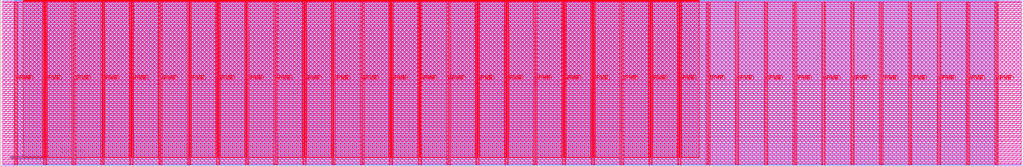
<source format=lef>
VERSION 5.7 ;
  NOWIREEXTENSIONATPIN ON ;
  DIVIDERCHAR "/" ;
  BUSBITCHARS "[]" ;
MACRO tt_um_supermic_arghunter
  CLASS BLOCK ;
  FOREIGN tt_um_supermic_arghunter ;
  ORIGIN 0.000 0.000 ;
  SIZE 1378.160 BY 225.760 ;
  PIN VGND
    DIRECTION INOUT ;
    USE GROUND ;
    PORT
      LAYER met4 ;
        RECT 21.580 2.480 23.180 223.280 ;
    END
    PORT
      LAYER met4 ;
        RECT 60.450 2.480 62.050 223.280 ;
    END
    PORT
      LAYER met4 ;
        RECT 99.320 2.480 100.920 223.280 ;
    END
    PORT
      LAYER met4 ;
        RECT 138.190 2.480 139.790 223.280 ;
    END
    PORT
      LAYER met4 ;
        RECT 177.060 2.480 178.660 223.280 ;
    END
    PORT
      LAYER met4 ;
        RECT 215.930 2.480 217.530 223.280 ;
    END
    PORT
      LAYER met4 ;
        RECT 254.800 2.480 256.400 223.280 ;
    END
    PORT
      LAYER met4 ;
        RECT 293.670 2.480 295.270 223.280 ;
    END
    PORT
      LAYER met4 ;
        RECT 332.540 2.480 334.140 223.280 ;
    END
    PORT
      LAYER met4 ;
        RECT 371.410 2.480 373.010 223.280 ;
    END
    PORT
      LAYER met4 ;
        RECT 410.280 2.480 411.880 223.280 ;
    END
    PORT
      LAYER met4 ;
        RECT 449.150 2.480 450.750 223.280 ;
    END
    PORT
      LAYER met4 ;
        RECT 488.020 2.480 489.620 223.280 ;
    END
    PORT
      LAYER met4 ;
        RECT 526.890 2.480 528.490 223.280 ;
    END
    PORT
      LAYER met4 ;
        RECT 565.760 2.480 567.360 223.280 ;
    END
    PORT
      LAYER met4 ;
        RECT 604.630 2.480 606.230 223.280 ;
    END
    PORT
      LAYER met4 ;
        RECT 643.500 2.480 645.100 223.280 ;
    END
    PORT
      LAYER met4 ;
        RECT 682.370 2.480 683.970 223.280 ;
    END
    PORT
      LAYER met4 ;
        RECT 721.240 2.480 722.840 223.280 ;
    END
    PORT
      LAYER met4 ;
        RECT 760.110 2.480 761.710 223.280 ;
    END
    PORT
      LAYER met4 ;
        RECT 798.980 2.480 800.580 223.280 ;
    END
    PORT
      LAYER met4 ;
        RECT 837.850 2.480 839.450 223.280 ;
    END
    PORT
      LAYER met4 ;
        RECT 876.720 2.480 878.320 223.280 ;
    END
    PORT
      LAYER met4 ;
        RECT 915.590 2.480 917.190 223.280 ;
    END
    PORT
      LAYER met4 ;
        RECT 954.460 2.480 956.060 223.280 ;
    END
    PORT
      LAYER met4 ;
        RECT 993.330 2.480 994.930 223.280 ;
    END
    PORT
      LAYER met4 ;
        RECT 1032.200 2.480 1033.800 223.280 ;
    END
    PORT
      LAYER met4 ;
        RECT 1071.070 2.480 1072.670 223.280 ;
    END
    PORT
      LAYER met4 ;
        RECT 1109.940 2.480 1111.540 223.280 ;
    END
    PORT
      LAYER met4 ;
        RECT 1148.810 2.480 1150.410 223.280 ;
    END
    PORT
      LAYER met4 ;
        RECT 1187.680 2.480 1189.280 223.280 ;
    END
    PORT
      LAYER met4 ;
        RECT 1226.550 2.480 1228.150 223.280 ;
    END
    PORT
      LAYER met4 ;
        RECT 1265.420 2.480 1267.020 223.280 ;
    END
    PORT
      LAYER met4 ;
        RECT 1304.290 2.480 1305.890 223.280 ;
    END
    PORT
      LAYER met4 ;
        RECT 1343.160 2.480 1344.760 223.280 ;
    END
  END VGND
  PIN VPWR
    DIRECTION INOUT ;
    USE POWER ;
    PORT
      LAYER met4 ;
        RECT 18.280 2.480 19.880 223.280 ;
    END
    PORT
      LAYER met4 ;
        RECT 57.150 2.480 58.750 223.280 ;
    END
    PORT
      LAYER met4 ;
        RECT 96.020 2.480 97.620 223.280 ;
    END
    PORT
      LAYER met4 ;
        RECT 134.890 2.480 136.490 223.280 ;
    END
    PORT
      LAYER met4 ;
        RECT 173.760 2.480 175.360 223.280 ;
    END
    PORT
      LAYER met4 ;
        RECT 212.630 2.480 214.230 223.280 ;
    END
    PORT
      LAYER met4 ;
        RECT 251.500 2.480 253.100 223.280 ;
    END
    PORT
      LAYER met4 ;
        RECT 290.370 2.480 291.970 223.280 ;
    END
    PORT
      LAYER met4 ;
        RECT 329.240 2.480 330.840 223.280 ;
    END
    PORT
      LAYER met4 ;
        RECT 368.110 2.480 369.710 223.280 ;
    END
    PORT
      LAYER met4 ;
        RECT 406.980 2.480 408.580 223.280 ;
    END
    PORT
      LAYER met4 ;
        RECT 445.850 2.480 447.450 223.280 ;
    END
    PORT
      LAYER met4 ;
        RECT 484.720 2.480 486.320 223.280 ;
    END
    PORT
      LAYER met4 ;
        RECT 523.590 2.480 525.190 223.280 ;
    END
    PORT
      LAYER met4 ;
        RECT 562.460 2.480 564.060 223.280 ;
    END
    PORT
      LAYER met4 ;
        RECT 601.330 2.480 602.930 223.280 ;
    END
    PORT
      LAYER met4 ;
        RECT 640.200 2.480 641.800 223.280 ;
    END
    PORT
      LAYER met4 ;
        RECT 679.070 2.480 680.670 223.280 ;
    END
    PORT
      LAYER met4 ;
        RECT 717.940 2.480 719.540 223.280 ;
    END
    PORT
      LAYER met4 ;
        RECT 756.810 2.480 758.410 223.280 ;
    END
    PORT
      LAYER met4 ;
        RECT 795.680 2.480 797.280 223.280 ;
    END
    PORT
      LAYER met4 ;
        RECT 834.550 2.480 836.150 223.280 ;
    END
    PORT
      LAYER met4 ;
        RECT 873.420 2.480 875.020 223.280 ;
    END
    PORT
      LAYER met4 ;
        RECT 912.290 2.480 913.890 223.280 ;
    END
    PORT
      LAYER met4 ;
        RECT 951.160 2.480 952.760 223.280 ;
    END
    PORT
      LAYER met4 ;
        RECT 990.030 2.480 991.630 223.280 ;
    END
    PORT
      LAYER met4 ;
        RECT 1028.900 2.480 1030.500 223.280 ;
    END
    PORT
      LAYER met4 ;
        RECT 1067.770 2.480 1069.370 223.280 ;
    END
    PORT
      LAYER met4 ;
        RECT 1106.640 2.480 1108.240 223.280 ;
    END
    PORT
      LAYER met4 ;
        RECT 1145.510 2.480 1147.110 223.280 ;
    END
    PORT
      LAYER met4 ;
        RECT 1184.380 2.480 1185.980 223.280 ;
    END
    PORT
      LAYER met4 ;
        RECT 1223.250 2.480 1224.850 223.280 ;
    END
    PORT
      LAYER met4 ;
        RECT 1262.120 2.480 1263.720 223.280 ;
    END
    PORT
      LAYER met4 ;
        RECT 1300.990 2.480 1302.590 223.280 ;
    END
    PORT
      LAYER met4 ;
        RECT 1339.860 2.480 1341.460 223.280 ;
    END
  END VPWR
  PIN clk
    DIRECTION INPUT ;
    USE SIGNAL ;
    PORT
      LAYER met4 ;
        RECT 143.830 224.760 144.130 225.760 ;
    END
  END clk
  PIN ena
    DIRECTION INPUT ;
    USE SIGNAL ;
    PORT
      LAYER met4 ;
        RECT 146.590 224.760 146.890 225.760 ;
    END
  END ena
  PIN rst_n
    DIRECTION INPUT ;
    USE SIGNAL ;
    ANTENNAGATEAREA 0.196500 ;
    PORT
      LAYER met4 ;
        RECT 141.070 224.760 141.370 225.760 ;
    END
  END rst_n
  PIN ui_in[0]
    DIRECTION INPUT ;
    USE SIGNAL ;
    ANTENNAGATEAREA 0.196500 ;
    PORT
      LAYER met4 ;
        RECT 138.310 224.760 138.610 225.760 ;
    END
  END ui_in[0]
  PIN ui_in[1]
    DIRECTION INPUT ;
    USE SIGNAL ;
    ANTENNAGATEAREA 0.247500 ;
    PORT
      LAYER met4 ;
        RECT 135.550 224.760 135.850 225.760 ;
    END
  END ui_in[1]
  PIN ui_in[2]
    DIRECTION INPUT ;
    USE SIGNAL ;
    ANTENNAGATEAREA 0.196500 ;
    PORT
      LAYER met4 ;
        RECT 132.790 224.760 133.090 225.760 ;
    END
  END ui_in[2]
  PIN ui_in[3]
    DIRECTION INPUT ;
    USE SIGNAL ;
    ANTENNAGATEAREA 0.213000 ;
    PORT
      LAYER met4 ;
        RECT 130.030 224.760 130.330 225.760 ;
    END
  END ui_in[3]
  PIN ui_in[4]
    DIRECTION INPUT ;
    USE SIGNAL ;
    ANTENNAGATEAREA 0.213000 ;
    PORT
      LAYER met4 ;
        RECT 127.270 224.760 127.570 225.760 ;
    END
  END ui_in[4]
  PIN ui_in[5]
    DIRECTION INPUT ;
    USE SIGNAL ;
    ANTENNAGATEAREA 0.247500 ;
    PORT
      LAYER met4 ;
        RECT 124.510 224.760 124.810 225.760 ;
    END
  END ui_in[5]
  PIN ui_in[6]
    DIRECTION INPUT ;
    USE SIGNAL ;
    PORT
      LAYER met4 ;
        RECT 121.750 224.760 122.050 225.760 ;
    END
  END ui_in[6]
  PIN ui_in[7]
    DIRECTION INPUT ;
    USE SIGNAL ;
    PORT
      LAYER met4 ;
        RECT 118.990 224.760 119.290 225.760 ;
    END
  END ui_in[7]
  PIN uio_in[0]
    DIRECTION INPUT ;
    USE SIGNAL ;
    ANTENNAGATEAREA 0.159000 ;
    PORT
      LAYER met4 ;
        RECT 116.230 224.760 116.530 225.760 ;
    END
  END uio_in[0]
  PIN uio_in[1]
    DIRECTION INPUT ;
    USE SIGNAL ;
    ANTENNAGATEAREA 0.159000 ;
    PORT
      LAYER met4 ;
        RECT 113.470 224.760 113.770 225.760 ;
    END
  END uio_in[1]
  PIN uio_in[2]
    DIRECTION INPUT ;
    USE SIGNAL ;
    ANTENNAGATEAREA 0.213000 ;
    PORT
      LAYER met4 ;
        RECT 110.710 224.760 111.010 225.760 ;
    END
  END uio_in[2]
  PIN uio_in[3]
    DIRECTION INPUT ;
    USE SIGNAL ;
    ANTENNAGATEAREA 0.159000 ;
    PORT
      LAYER met4 ;
        RECT 107.950 224.760 108.250 225.760 ;
    END
  END uio_in[3]
  PIN uio_in[4]
    DIRECTION INPUT ;
    USE SIGNAL ;
    ANTENNAGATEAREA 0.213000 ;
    PORT
      LAYER met4 ;
        RECT 105.190 224.760 105.490 225.760 ;
    END
  END uio_in[4]
  PIN uio_in[5]
    DIRECTION INPUT ;
    USE SIGNAL ;
    PORT
      LAYER met4 ;
        RECT 102.430 224.760 102.730 225.760 ;
    END
  END uio_in[5]
  PIN uio_in[6]
    DIRECTION INPUT ;
    USE SIGNAL ;
    PORT
      LAYER met4 ;
        RECT 99.670 224.760 99.970 225.760 ;
    END
  END uio_in[6]
  PIN uio_in[7]
    DIRECTION INPUT ;
    USE SIGNAL ;
    PORT
      LAYER met4 ;
        RECT 96.910 224.760 97.210 225.760 ;
    END
  END uio_in[7]
  PIN uio_oe[0]
    DIRECTION OUTPUT ;
    USE SIGNAL ;
    ANTENNADIFFAREA 0.445500 ;
    PORT
      LAYER met4 ;
        RECT 49.990 224.760 50.290 225.760 ;
    END
  END uio_oe[0]
  PIN uio_oe[1]
    DIRECTION OUTPUT ;
    USE SIGNAL ;
    ANTENNADIFFAREA 0.445500 ;
    PORT
      LAYER met4 ;
        RECT 47.230 224.760 47.530 225.760 ;
    END
  END uio_oe[1]
  PIN uio_oe[2]
    DIRECTION OUTPUT ;
    USE SIGNAL ;
    ANTENNADIFFAREA 0.445500 ;
    PORT
      LAYER met4 ;
        RECT 44.470 224.760 44.770 225.760 ;
    END
  END uio_oe[2]
  PIN uio_oe[3]
    DIRECTION OUTPUT ;
    USE SIGNAL ;
    ANTENNADIFFAREA 0.445500 ;
    PORT
      LAYER met4 ;
        RECT 41.710 224.760 42.010 225.760 ;
    END
  END uio_oe[3]
  PIN uio_oe[4]
    DIRECTION OUTPUT ;
    USE SIGNAL ;
    ANTENNADIFFAREA 0.445500 ;
    PORT
      LAYER met4 ;
        RECT 38.950 224.760 39.250 225.760 ;
    END
  END uio_oe[4]
  PIN uio_oe[5]
    DIRECTION OUTPUT ;
    USE SIGNAL ;
    ANTENNADIFFAREA 0.445500 ;
    PORT
      LAYER met4 ;
        RECT 36.190 224.760 36.490 225.760 ;
    END
  END uio_oe[5]
  PIN uio_oe[6]
    DIRECTION OUTPUT ;
    USE SIGNAL ;
    ANTENNADIFFAREA 0.445500 ;
    PORT
      LAYER met4 ;
        RECT 33.430 224.760 33.730 225.760 ;
    END
  END uio_oe[6]
  PIN uio_oe[7]
    DIRECTION OUTPUT ;
    USE SIGNAL ;
    ANTENNADIFFAREA 0.445500 ;
    PORT
      LAYER met4 ;
        RECT 30.670 224.760 30.970 225.760 ;
    END
  END uio_oe[7]
  PIN uio_out[0]
    DIRECTION OUTPUT ;
    USE SIGNAL ;
    ANTENNADIFFAREA 0.445500 ;
    PORT
      LAYER met4 ;
        RECT 72.070 224.760 72.370 225.760 ;
    END
  END uio_out[0]
  PIN uio_out[1]
    DIRECTION OUTPUT ;
    USE SIGNAL ;
    ANTENNADIFFAREA 0.795200 ;
    PORT
      LAYER met4 ;
        RECT 69.310 224.760 69.610 225.760 ;
    END
  END uio_out[1]
  PIN uio_out[2]
    DIRECTION OUTPUT ;
    USE SIGNAL ;
    ANTENNADIFFAREA 0.445500 ;
    PORT
      LAYER met4 ;
        RECT 66.550 224.760 66.850 225.760 ;
    END
  END uio_out[2]
  PIN uio_out[3]
    DIRECTION OUTPUT ;
    USE SIGNAL ;
    ANTENNADIFFAREA 0.445500 ;
    PORT
      LAYER met4 ;
        RECT 63.790 224.760 64.090 225.760 ;
    END
  END uio_out[3]
  PIN uio_out[4]
    DIRECTION OUTPUT ;
    USE SIGNAL ;
    ANTENNADIFFAREA 0.445500 ;
    PORT
      LAYER met4 ;
        RECT 61.030 224.760 61.330 225.760 ;
    END
  END uio_out[4]
  PIN uio_out[5]
    DIRECTION OUTPUT ;
    USE SIGNAL ;
    ANTENNADIFFAREA 0.445500 ;
    PORT
      LAYER met4 ;
        RECT 58.270 224.760 58.570 225.760 ;
    END
  END uio_out[5]
  PIN uio_out[6]
    DIRECTION OUTPUT ;
    USE SIGNAL ;
    ANTENNADIFFAREA 0.445500 ;
    PORT
      LAYER met4 ;
        RECT 55.510 224.760 55.810 225.760 ;
    END
  END uio_out[6]
  PIN uio_out[7]
    DIRECTION OUTPUT ;
    USE SIGNAL ;
    ANTENNADIFFAREA 0.445500 ;
    PORT
      LAYER met4 ;
        RECT 52.750 224.760 53.050 225.760 ;
    END
  END uio_out[7]
  PIN uo_out[0]
    DIRECTION OUTPUT ;
    USE SIGNAL ;
    ANTENNADIFFAREA 0.445500 ;
    PORT
      LAYER met4 ;
        RECT 94.150 224.760 94.450 225.760 ;
    END
  END uo_out[0]
  PIN uo_out[1]
    DIRECTION OUTPUT ;
    USE SIGNAL ;
    ANTENNADIFFAREA 0.795200 ;
    PORT
      LAYER met4 ;
        RECT 91.390 224.760 91.690 225.760 ;
    END
  END uo_out[1]
  PIN uo_out[2]
    DIRECTION OUTPUT ;
    USE SIGNAL ;
    ANTENNADIFFAREA 0.795200 ;
    PORT
      LAYER met4 ;
        RECT 88.630 224.760 88.930 225.760 ;
    END
  END uo_out[2]
  PIN uo_out[3]
    DIRECTION OUTPUT ;
    USE SIGNAL ;
    ANTENNADIFFAREA 0.795200 ;
    PORT
      LAYER met4 ;
        RECT 85.870 224.760 86.170 225.760 ;
    END
  END uo_out[3]
  PIN uo_out[4]
    DIRECTION OUTPUT ;
    USE SIGNAL ;
    ANTENNADIFFAREA 0.795200 ;
    PORT
      LAYER met4 ;
        RECT 83.110 224.760 83.410 225.760 ;
    END
  END uo_out[4]
  PIN uo_out[5]
    DIRECTION OUTPUT ;
    USE SIGNAL ;
    ANTENNADIFFAREA 0.445500 ;
    PORT
      LAYER met4 ;
        RECT 80.350 224.760 80.650 225.760 ;
    END
  END uo_out[5]
  PIN uo_out[6]
    DIRECTION OUTPUT ;
    USE SIGNAL ;
    ANTENNADIFFAREA 0.795200 ;
    PORT
      LAYER met4 ;
        RECT 77.590 224.760 77.890 225.760 ;
    END
  END uo_out[6]
  PIN uo_out[7]
    DIRECTION OUTPUT ;
    USE SIGNAL ;
    ANTENNADIFFAREA 0.795200 ;
    PORT
      LAYER met4 ;
        RECT 74.830 224.760 75.130 225.760 ;
    END
  END uo_out[7]
  OBS
      LAYER nwell ;
        RECT 2.570 221.625 1375.590 223.230 ;
        RECT 2.570 216.185 1375.590 219.015 ;
        RECT 2.570 210.745 1375.590 213.575 ;
        RECT 2.570 205.305 1375.590 208.135 ;
        RECT 2.570 199.865 1375.590 202.695 ;
        RECT 2.570 194.425 1375.590 197.255 ;
        RECT 2.570 188.985 1375.590 191.815 ;
        RECT 2.570 183.545 1375.590 186.375 ;
        RECT 2.570 178.105 1375.590 180.935 ;
        RECT 2.570 172.665 1375.590 175.495 ;
        RECT 2.570 167.225 1375.590 170.055 ;
        RECT 2.570 161.785 1375.590 164.615 ;
        RECT 2.570 156.345 1375.590 159.175 ;
        RECT 2.570 150.905 1375.590 153.735 ;
        RECT 2.570 145.465 1375.590 148.295 ;
        RECT 2.570 140.025 1375.590 142.855 ;
        RECT 2.570 134.585 1375.590 137.415 ;
        RECT 2.570 129.145 1375.590 131.975 ;
        RECT 2.570 123.705 1375.590 126.535 ;
        RECT 2.570 118.265 1375.590 121.095 ;
        RECT 2.570 112.825 1375.590 115.655 ;
        RECT 2.570 107.385 1375.590 110.215 ;
        RECT 2.570 101.945 1375.590 104.775 ;
        RECT 2.570 96.505 1375.590 99.335 ;
        RECT 2.570 91.065 1375.590 93.895 ;
        RECT 2.570 85.625 1375.590 88.455 ;
        RECT 2.570 80.185 1375.590 83.015 ;
        RECT 2.570 74.745 1375.590 77.575 ;
        RECT 2.570 69.305 1375.590 72.135 ;
        RECT 2.570 63.865 1375.590 66.695 ;
        RECT 2.570 58.425 1375.590 61.255 ;
        RECT 2.570 52.985 1375.590 55.815 ;
        RECT 2.570 47.545 1375.590 50.375 ;
        RECT 2.570 42.105 1375.590 44.935 ;
        RECT 2.570 36.665 1375.590 39.495 ;
        RECT 2.570 31.225 1375.590 34.055 ;
        RECT 2.570 25.785 1375.590 28.615 ;
        RECT 2.570 20.345 1375.590 23.175 ;
        RECT 2.570 14.905 1375.590 17.735 ;
        RECT 2.570 9.465 1375.590 12.295 ;
        RECT 2.570 4.025 1375.590 6.855 ;
      LAYER li1 ;
        RECT 2.760 2.635 1375.400 223.125 ;
      LAYER met1 ;
        RECT 2.760 1.740 1375.400 224.700 ;
      LAYER met2 ;
        RECT 18.310 1.710 1344.730 224.925 ;
      LAYER met3 ;
        RECT 18.290 2.555 1344.750 224.905 ;
      LAYER met4 ;
        RECT 31.370 224.360 33.030 224.905 ;
        RECT 34.130 224.360 35.790 224.905 ;
        RECT 36.890 224.360 38.550 224.905 ;
        RECT 39.650 224.360 41.310 224.905 ;
        RECT 42.410 224.360 44.070 224.905 ;
        RECT 45.170 224.360 46.830 224.905 ;
        RECT 47.930 224.360 49.590 224.905 ;
        RECT 50.690 224.360 52.350 224.905 ;
        RECT 53.450 224.360 55.110 224.905 ;
        RECT 56.210 224.360 57.870 224.905 ;
        RECT 58.970 224.360 60.630 224.905 ;
        RECT 61.730 224.360 63.390 224.905 ;
        RECT 64.490 224.360 66.150 224.905 ;
        RECT 67.250 224.360 68.910 224.905 ;
        RECT 70.010 224.360 71.670 224.905 ;
        RECT 72.770 224.360 74.430 224.905 ;
        RECT 75.530 224.360 77.190 224.905 ;
        RECT 78.290 224.360 79.950 224.905 ;
        RECT 81.050 224.360 82.710 224.905 ;
        RECT 83.810 224.360 85.470 224.905 ;
        RECT 86.570 224.360 88.230 224.905 ;
        RECT 89.330 224.360 90.990 224.905 ;
        RECT 92.090 224.360 93.750 224.905 ;
        RECT 94.850 224.360 96.510 224.905 ;
        RECT 97.610 224.360 99.270 224.905 ;
        RECT 100.370 224.360 102.030 224.905 ;
        RECT 103.130 224.360 104.790 224.905 ;
        RECT 105.890 224.360 107.550 224.905 ;
        RECT 108.650 224.360 110.310 224.905 ;
        RECT 111.410 224.360 113.070 224.905 ;
        RECT 114.170 224.360 115.830 224.905 ;
        RECT 116.930 224.360 118.590 224.905 ;
        RECT 119.690 224.360 121.350 224.905 ;
        RECT 122.450 224.360 124.110 224.905 ;
        RECT 125.210 224.360 126.870 224.905 ;
        RECT 127.970 224.360 129.630 224.905 ;
        RECT 130.730 224.360 132.390 224.905 ;
        RECT 133.490 224.360 135.150 224.905 ;
        RECT 136.250 224.360 137.910 224.905 ;
        RECT 139.010 224.360 140.670 224.905 ;
        RECT 141.770 224.360 143.430 224.905 ;
        RECT 144.530 224.360 146.190 224.905 ;
        RECT 147.290 224.360 941.785 224.905 ;
        RECT 30.655 223.680 941.785 224.360 ;
        RECT 30.655 13.095 56.750 223.680 ;
        RECT 59.150 13.095 60.050 223.680 ;
        RECT 62.450 13.095 95.620 223.680 ;
        RECT 98.020 13.095 98.920 223.680 ;
        RECT 101.320 13.095 134.490 223.680 ;
        RECT 136.890 13.095 137.790 223.680 ;
        RECT 140.190 13.095 173.360 223.680 ;
        RECT 175.760 13.095 176.660 223.680 ;
        RECT 179.060 13.095 212.230 223.680 ;
        RECT 214.630 13.095 215.530 223.680 ;
        RECT 217.930 13.095 251.100 223.680 ;
        RECT 253.500 13.095 254.400 223.680 ;
        RECT 256.800 13.095 289.970 223.680 ;
        RECT 292.370 13.095 293.270 223.680 ;
        RECT 295.670 13.095 328.840 223.680 ;
        RECT 331.240 13.095 332.140 223.680 ;
        RECT 334.540 13.095 367.710 223.680 ;
        RECT 370.110 13.095 371.010 223.680 ;
        RECT 373.410 13.095 406.580 223.680 ;
        RECT 408.980 13.095 409.880 223.680 ;
        RECT 412.280 13.095 445.450 223.680 ;
        RECT 447.850 13.095 448.750 223.680 ;
        RECT 451.150 13.095 484.320 223.680 ;
        RECT 486.720 13.095 487.620 223.680 ;
        RECT 490.020 13.095 523.190 223.680 ;
        RECT 525.590 13.095 526.490 223.680 ;
        RECT 528.890 13.095 562.060 223.680 ;
        RECT 564.460 13.095 565.360 223.680 ;
        RECT 567.760 13.095 600.930 223.680 ;
        RECT 603.330 13.095 604.230 223.680 ;
        RECT 606.630 13.095 639.800 223.680 ;
        RECT 642.200 13.095 643.100 223.680 ;
        RECT 645.500 13.095 678.670 223.680 ;
        RECT 681.070 13.095 681.970 223.680 ;
        RECT 684.370 13.095 717.540 223.680 ;
        RECT 719.940 13.095 720.840 223.680 ;
        RECT 723.240 13.095 756.410 223.680 ;
        RECT 758.810 13.095 759.710 223.680 ;
        RECT 762.110 13.095 795.280 223.680 ;
        RECT 797.680 13.095 798.580 223.680 ;
        RECT 800.980 13.095 834.150 223.680 ;
        RECT 836.550 13.095 837.450 223.680 ;
        RECT 839.850 13.095 873.020 223.680 ;
        RECT 875.420 13.095 876.320 223.680 ;
        RECT 878.720 13.095 911.890 223.680 ;
        RECT 914.290 13.095 915.190 223.680 ;
        RECT 917.590 13.095 941.785 223.680 ;
  END
END tt_um_supermic_arghunter
END LIBRARY


</source>
